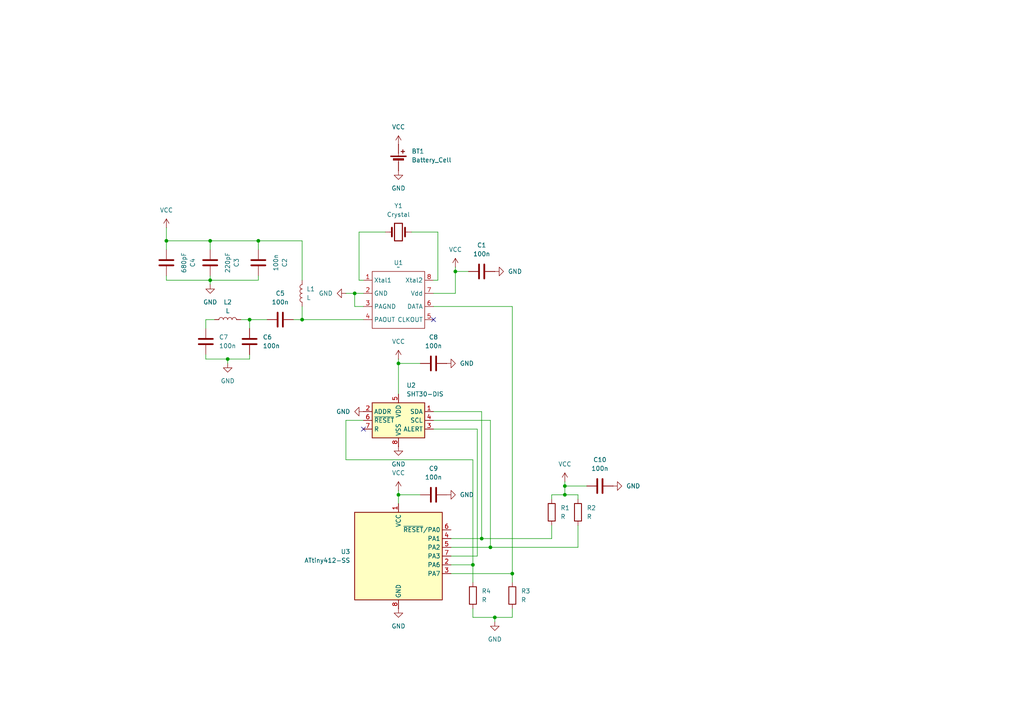
<source format=kicad_sch>
(kicad_sch (version 20231120) (generator "eeschema") (generator_version "8.0")
  (paper "A4")
  (lib_symbols
    (symbol "Device:Battery_Cell" (pin_numbers hide) (pin_names (offset 0) hide)
      (property "Reference" "BT" (at 2.54 2.54 0))
      (property "Value" "Battery_Cell" (at 2.54 0 0))
      (symbol "Battery_Cell_0_1"
        (rectangle (start -2.286 1.778) (end 2.286 1.524) (fill (type outline)))
        (rectangle (start -1.524 1.016) (end 1.524 0.508) (fill (type outline)))
        (polyline (pts (xy 0 0.762) (xy 0 0)))
        (polyline (pts (xy 0 1.778) (xy 0 2.54)))
        (polyline (pts (xy 0.762 3.048) (xy 1.778 3.048)) (stroke (width 0.254)))
        (polyline (pts (xy 1.27 3.556) (xy 1.27 2.54)) (stroke (width 0.254)))
      )
      (symbol "Battery_Cell_1_1"
        (pin passive line (at 0 5.08 270) (length 2.54) (name "+") (number "1"))
        (pin passive line (at 0 -2.54 90) (length 2.54) (name "-") (number "2"))
      )
    )
    (symbol "Device:C" (pin_numbers hide) (pin_names (offset 0.254))
      (property "Reference" "C" (at 0.635 2.54 0))
      (property "Value" "C" (at 0.635 -2.54 0))
      (symbol "C_0_1"
        (polyline (pts (xy -2.032 -0.762) (xy 2.032 -0.762)) (stroke (width 0.508)))
        (polyline (pts (xy -2.032 0.762) (xy 2.032 0.762)) (stroke (width 0.508)))
      )
      (symbol "C_1_1"
        (pin passive line (at 0 3.81 270) (length 2.794) (name "~") (number "1"))
        (pin passive line (at 0 -3.81 90) (length 2.794) (name "~") (number "2"))
      )
    )
    (symbol "Device:Crystal" (pin_numbers hide) (pin_names (offset 1.016) hide)
      (property "Reference" "Y" (at 0 3.81 0))
      (property "Value" "Crystal" (at 0 -3.81 0))
      (symbol "Crystal_0_1"
        (rectangle (start -1.143 2.54) (end 1.143 -2.54) (stroke (width 0.3048)))
        (polyline (pts (xy -2.54 0) (xy -1.905 0)))
        (polyline (pts (xy -1.905 -1.27) (xy -1.905 1.27)) (stroke (width 0.508)))
        (polyline (pts (xy 1.905 -1.27) (xy 1.905 1.27)) (stroke (width 0.508)))
        (polyline (pts (xy 2.54 0) (xy 1.905 0)))
      )
      (symbol "Crystal_1_1"
        (pin passive line (at -3.81 0 0) (length 1.27) (name "1") (number "1"))
        (pin passive line (at 3.81 0 180) (length 1.27) (name "2") (number "2"))
      )
    )
    (symbol "Device:L" (pin_numbers hide) (pin_names (offset 1.016) hide)
      (property "Reference" "L" (at -1.27 0 90))
      (property "Value" "L" (at 1.905 0 90))
      (symbol "L_0_1"
        (arc (start 0 -2.54) (mid 0.6323 -1.905) (end 0 -1.27))
        (arc (start 0 -1.27) (mid 0.6323 -0.635) (end 0 0))
        (arc (start 0 0) (mid 0.6323 0.635) (end 0 1.27))
        (arc (start 0 1.27) (mid 0.6323 1.905) (end 0 2.54))
      )
      (symbol "L_1_1"
        (pin passive line (at 0 3.81 270) (length 1.27) (name "1") (number "1"))
        (pin passive line (at 0 -3.81 90) (length 1.27) (name "2") (number "2"))
      )
    )
    (symbol "Device:R" (pin_numbers hide) (pin_names (offset 0))
      (property "Reference" "R" (at 2.032 0 90))
      (property "Value" "R" (at 0 0 90))
      (symbol "R_0_1"
        (rectangle (start -1.016 -2.54) (end 1.016 2.54) (stroke (width 0.254)))
      )
      (symbol "R_1_1"
        (pin passive line (at 0 3.81 270) (length 1.27) (name "~") (number "1"))
        (pin passive line (at 0 -3.81 90) (length 1.27) (name "~") (number "2"))
      )
    )
    (symbol "MCU_Microchip_ATtiny:ATtiny412-SS"
      (property "Reference" "U" (at -12.7 13.97 0))
      (property "Value" "ATtiny412-SS" (at 2.54 -13.97 0))
      (symbol "ATtiny412-SS_0_1"
        (rectangle (start -12.7 -12.7) (end 12.7 12.7) (stroke (width 0.254)) (fill (type background)))
      )
      (symbol "ATtiny412-SS_1_1"
        (pin power_in line (at 0 15.24 270) (length 2.54) (name "VCC") (number "1"))
        (pin bidirectional line (at 15.24 -2.54 180) (length 2.54) (name "PA6") (number "2"))
        (pin bidirectional line (at 15.24 -5.08 180) (length 2.54) (name "PA7") (number "3"))
        (pin bidirectional line (at 15.24 5.08 180) (length 2.54) (name "PA1") (number "4"))
        (pin bidirectional line (at 15.24 2.54 180) (length 2.54) (name "PA2") (number "5"))
        (pin bidirectional line (at 15.24 7.62 180) (length 2.54) (name "~{RESET}/PA0") (number "6"))
        (pin bidirectional line (at 15.24 0 180) (length 2.54) (name "PA3") (number "7"))
        (pin power_in line (at 0 -15.24 90) (length 2.54) (name "GND") (number "8"))
      )
    )
    (symbol "Sensor_Humidity:SHT30-DIS"
      (property "Reference" "U" (at -6.35 6.35 0))
      (property "Value" "SHT30-DIS" (at 6.35 6.35 0))
      (symbol "SHT30-DIS_0_1"
        (rectangle (start -7.62 5.08) (end 7.62 -5.08) (stroke (width 0.254)) (fill (type background)))
      )
      (symbol "SHT30-DIS_1_1"
        (pin bidirectional line (at 10.16 2.54 180) (length 2.54) (name "SDA") (number "1"))
        (pin input line (at -10.16 2.54 0) (length 2.54) (name "ADDR") (number "2"))
        (pin output line (at 10.16 -2.54 180) (length 2.54) (name "ALERT") (number "3"))
        (pin input line (at 10.16 0 180) (length 2.54) (name "SCL") (number "4"))
        (pin power_in line (at 0 7.62 270) (length 2.54) (name "VDD") (number "5"))
        (pin input line (at -10.16 0 0) (length 2.54) (name "~{RESET}") (number "6"))
        (pin passive line (at -10.16 -2.54 0) (length 2.54) (name "R") (number "7"))
        (pin power_in line (at 0 -7.62 90) (length 2.54) (name "VSS") (number "8"))
        (pin passive line (at 0 -7.62 90) (length 2.54) hide (name "VSS") (number "9"))
      )
    )
    (symbol "cm_rf_lib:MAX7044"
      (property "Reference" "U" (at -7.366 9.398 0))
      (symbol "MAX7044_0_1"
        (rectangle (start -7.62 7.62) (end 7.62 -8.89))
      )
      (symbol "MAX7044_1_1"
        (pin input line (at -10.16 5.08 0) (length 2.54) (name "Xtal1") (number "1"))
        (pin input line (at -10.16 1.27 0) (length 2.54) (name "GND") (number "2"))
        (pin input line (at -10.16 -2.54 0) (length 2.54) (name "PAGND") (number "3"))
        (pin output line (at -10.16 -6.35 0) (length 2.54) (name "PAOUT") (number "4"))
        (pin output line (at 10.16 -6.35 180) (length 2.54) (name "CLKOUT") (number "5"))
        (pin output line (at 10.16 -2.54 180) (length 2.54) (name "DATA") (number "6"))
        (pin input line (at 10.16 1.27 180) (length 2.54) (name "Vdd") (number "7"))
        (pin input line (at 10.16 5.08 180) (length 2.54) (name "Xtal2") (number "8"))
      )
    )
    (symbol "power:GND" (power) (pin_numbers hide) (pin_names (offset 0) hide)
      (property "Value" "GND" (at 0 -3.81 0))
      (symbol "GND_0_1"
        (polyline (pts (xy 0 0) (xy 0 -1.27) (xy 1.27 -1.27) (xy 0 -2.54) (xy -1.27 -1.27) (xy 0 -1.27)))
      )
      (symbol "GND_1_1"
        (pin power_in line (at 0 0 270) (length 0) (name "~") (number "1"))
      )
    )
    (symbol "power:VCC" (power) (pin_numbers hide) (pin_names (offset 0) hide)
      (property "Value" "VCC" (at 0 3.556 0))
      (symbol "VCC_0_1"
        (polyline (pts (xy -0.762 1.27) (xy 0 2.54)))
        (polyline (pts (xy 0 0) (xy 0 2.54)))
        (polyline (pts (xy 0 2.54) (xy 0.762 1.27)))
      )
      (symbol "VCC_1_1"
        (pin power_in line (at 0 0 90) (length 0) (name "~") (number "1"))
      )
    )
  )
  (junction (at 48.26 69.85))
  (junction (at 143.51 179.07))
  (junction (at 72.39 92.71))
  (junction (at 137.16 163.83))
  (junction (at 102.87 85.09))
  (junction (at 142.24 158.75))
  (junction (at 87.63 92.71))
  (junction (at 163.83 140.97))
  (junction (at 139.7 156.21))
  (junction (at 148.59 166.37))
  (junction (at 74.93 69.85))
  (junction (at 66.04 104.14))
  (junction (at 132.08 78.74))
  (junction (at 115.57 143.51))
  (junction (at 115.57 105.41))
  (junction (at 163.83 143.51))
  (junction (at 60.96 81.28))
  (junction (at 60.96 69.85))
  (no_connect (at 105.41 124.46))
  (no_connect (at 125.73 92.71))
  (wire (pts (xy 115.57 143.51) (xy 121.92 143.51)))
  (wire (pts (xy 130.81 166.37) (xy 148.59 166.37)))
  (wire (pts (xy 137.16 163.83) (xy 137.16 168.91)))
  (wire (pts (xy 138.43 124.46) (xy 125.73 124.46)))
  (wire (pts (xy 62.23 92.71) (xy 59.69 92.71)))
  (wire (pts (xy 72.39 104.14) (xy 66.04 104.14)))
  (wire (pts (xy 167.64 144.78) (xy 167.64 143.51)))
  (wire (pts (xy 139.7 156.21) (xy 160.02 156.21)))
  (wire (pts (xy 74.93 69.85) (xy 74.93 72.39)))
  (wire (pts (xy 105.41 121.92) (xy 100.33 121.92)))
  (wire (pts (xy 142.24 121.92) (xy 142.24 158.75)))
  (wire (pts (xy 125.73 81.28) (xy 127 81.28)))
  (wire (pts (xy 160.02 143.51) (xy 163.83 143.51)))
  (wire (pts (xy 137.16 176.53) (xy 137.16 179.07)))
  (wire (pts (xy 115.57 104.14) (xy 115.57 105.41)))
  (wire (pts (xy 163.83 140.97) (xy 163.83 143.51)))
  (wire (pts (xy 137.16 133.35) (xy 137.16 163.83)))
  (wire (pts (xy 48.26 80.01) (xy 48.26 81.28)))
  (wire (pts (xy 87.63 81.28) (xy 87.63 69.85)))
  (wire (pts (xy 48.26 66.04) (xy 48.26 69.85)))
  (wire (pts (xy 69.85 92.71) (xy 72.39 92.71)))
  (wire (pts (xy 137.16 179.07) (xy 143.51 179.07)))
  (wire (pts (xy 125.73 119.38) (xy 139.7 119.38)))
  (wire (pts (xy 115.57 105.41) (xy 121.92 105.41)))
  (wire (pts (xy 115.57 142.24) (xy 115.57 143.51)))
  (wire (pts (xy 139.7 119.38) (xy 139.7 156.21)))
  (wire (pts (xy 72.39 102.87) (xy 72.39 104.14)))
  (wire (pts (xy 139.7 156.21) (xy 130.81 156.21)))
  (wire (pts (xy 105.41 88.9) (xy 102.87 88.9)))
  (wire (pts (xy 137.16 163.83) (xy 130.81 163.83)))
  (wire (pts (xy 148.59 166.37) (xy 148.59 88.9)))
  (wire (pts (xy 85.09 92.71) (xy 87.63 92.71)))
  (wire (pts (xy 142.24 158.75) (xy 130.81 158.75)))
  (wire (pts (xy 66.04 104.14) (xy 66.04 105.41)))
  (wire (pts (xy 111.76 67.31) (xy 104.14 67.31)))
  (wire (pts (xy 132.08 78.74) (xy 135.89 78.74)))
  (wire (pts (xy 59.69 92.71) (xy 59.69 95.25)))
  (wire (pts (xy 60.96 72.39) (xy 60.96 69.85)))
  (wire (pts (xy 163.83 140.97) (xy 170.18 140.97)))
  (wire (pts (xy 100.33 121.92) (xy 100.33 133.35)))
  (wire (pts (xy 148.59 176.53) (xy 148.59 179.07)))
  (wire (pts (xy 143.51 179.07) (xy 148.59 179.07)))
  (wire (pts (xy 60.96 81.28) (xy 74.93 81.28)))
  (wire (pts (xy 105.41 92.71) (xy 87.63 92.71)))
  (wire (pts (xy 125.73 121.92) (xy 142.24 121.92)))
  (wire (pts (xy 72.39 95.25) (xy 72.39 92.71)))
  (wire (pts (xy 143.51 180.34) (xy 143.51 179.07)))
  (wire (pts (xy 160.02 144.78) (xy 160.02 143.51)))
  (wire (pts (xy 138.43 161.29) (xy 138.43 124.46)))
  (wire (pts (xy 74.93 81.28) (xy 74.93 80.01)))
  (wire (pts (xy 100.33 85.09) (xy 102.87 85.09)))
  (wire (pts (xy 87.63 69.85) (xy 74.93 69.85)))
  (wire (pts (xy 130.81 161.29) (xy 138.43 161.29)))
  (wire (pts (xy 100.33 133.35) (xy 137.16 133.35)))
  (wire (pts (xy 48.26 69.85) (xy 60.96 69.85)))
  (wire (pts (xy 48.26 72.39) (xy 48.26 69.85)))
  (wire (pts (xy 167.64 152.4) (xy 167.64 158.75)))
  (wire (pts (xy 115.57 105.41) (xy 115.57 114.3)))
  (wire (pts (xy 87.63 92.71) (xy 87.63 88.9)))
  (wire (pts (xy 132.08 77.47) (xy 132.08 78.74)))
  (wire (pts (xy 102.87 88.9) (xy 102.87 85.09)))
  (wire (pts (xy 127 81.28) (xy 127 67.31)))
  (wire (pts (xy 104.14 81.28) (xy 105.41 81.28)))
  (wire (pts (xy 104.14 67.31) (xy 104.14 81.28)))
  (wire (pts (xy 127 67.31) (xy 119.38 67.31)))
  (wire (pts (xy 163.83 139.7) (xy 163.83 140.97)))
  (wire (pts (xy 148.59 166.37) (xy 148.59 168.91)))
  (wire (pts (xy 48.26 81.28) (xy 60.96 81.28)))
  (wire (pts (xy 72.39 92.71) (xy 77.47 92.71)))
  (wire (pts (xy 60.96 80.01) (xy 60.96 81.28)))
  (wire (pts (xy 60.96 82.55) (xy 60.96 81.28)))
  (wire (pts (xy 163.83 143.51) (xy 167.64 143.51)))
  (wire (pts (xy 59.69 104.14) (xy 66.04 104.14)))
  (wire (pts (xy 60.96 69.85) (xy 74.93 69.85)))
  (wire (pts (xy 167.64 158.75) (xy 142.24 158.75)))
  (wire (pts (xy 160.02 152.4) (xy 160.02 156.21)))
  (wire (pts (xy 132.08 85.09) (xy 125.73 85.09)))
  (wire (pts (xy 59.69 102.87) (xy 59.69 104.14)))
  (wire (pts (xy 115.57 143.51) (xy 115.57 146.05)))
  (wire (pts (xy 102.87 85.09) (xy 105.41 85.09)))
  (wire (pts (xy 132.08 78.74) (xy 132.08 85.09)))
  (wire (pts (xy 148.59 88.9) (xy 125.73 88.9)))
  (symbol (lib_id "Device:C") (at 173.99 140.97 270) (unit 1)
    (property "Reference" "C10" (at 173.99 133.35 90))
    (property "Value" "100n" (at 173.99 135.89 90))
    (property "Footprint" "Capacitor_SMD:C_0603_1608Metric_Pad1.08x0.95mm_HandSolder" (effects (hide yes)))
    (property "Description" "Unpolarized capacitor" (effects (hide yes)))
  )
  (symbol (lib_id "Device:R") (at 160.02 148.59 0) (unit 1)
    (property "Reference" "R1" (at 162.56 147.32 0) (effects (justify left)))
    (property "Value" "R" (at 162.56 149.86 0) (effects (justify left)))
    (property "Footprint" "Resistor_SMD:R_0201_0603Metric_Pad0.64x0.40mm_HandSolder" (effects (hide yes)))
    (property "Description" "Resistor" (effects (hide yes)))
  )
  (symbol (lib_id "power:VCC") (at 163.83 139.7 0) (unit 1)
    (property "Reference" "#PWR015" (effects (hide yes)))
    (property "Value" "VCC" (at 163.83 134.62 0))
    (property "Description" "Power symbol creates a global label with name \"VCC\"" (effects (hide yes)))
  )
  (symbol (lib_id "power:GND") (at 143.51 78.74 90) (unit 1)
    (property "Reference" "#PWR04" (effects (hide yes)))
    (property "Value" "GND" (at 147.32 78.74 90) (effects (justify right)))
    (property "Description" "Power symbol creates a global label with name \"GND\" , ground" (effects (hide yes)))
  )
  (symbol (lib_id "power:GND") (at 129.54 143.51 90) (unit 1)
    (property "Reference" "#PWR013" (effects (hide yes)))
    (property "Value" "GND" (at 133.35 143.51 90) (effects (justify right)))
    (property "Description" "Power symbol creates a global label with name \"GND\" , ground" (effects (hide yes)))
  )
  (symbol (lib_id "power:GND") (at 115.57 49.53 0) (unit 1)
    (property "Reference" "#PWR01" (effects (hide yes)))
    (property "Value" "GND" (at 115.57 54.61 0))
    (property "Description" "Power symbol creates a global label with name \"GND\" , ground" (effects (hide yes)))
  )
  (symbol (lib_id "Device:C") (at 125.73 143.51 270) (unit 1)
    (property "Reference" "C9" (at 125.73 135.89 90))
    (property "Value" "100n" (at 125.73 138.43 90))
    (property "Footprint" "Capacitor_SMD:C_0603_1608Metric_Pad1.08x0.95mm_HandSolder" (effects (hide yes)))
    (property "Description" "Unpolarized capacitor" (effects (hide yes)))
  )
  (symbol (lib_id "Device:R") (at 137.16 172.72 0) (unit 1)
    (property "Reference" "R4" (at 139.7 171.45 0) (effects (justify left)))
    (property "Value" "R" (at 139.7 173.99 0) (effects (justify left)))
    (property "Footprint" "Resistor_SMD:R_0201_0603Metric_Pad0.64x0.40mm_HandSolder" (effects (hide yes)))
    (property "Description" "Resistor" (effects (hide yes)))
  )
  (symbol (lib_id "power:GND") (at 100.33 85.09 270) (unit 1)
    (property "Reference" "#PWR05" (effects (hide yes)))
    (property "Value" "GND" (at 96.52 85.09 90) (effects (justify right)))
    (property "Description" "Power symbol creates a global label with name \"GND\" , ground" (effects (hide yes)))
  )
  (symbol (lib_id "Device:C") (at 81.28 92.71 90) (unit 1)
    (property "Reference" "C5" (at 81.28 85.09 90))
    (property "Value" "100n" (at 81.28 87.63 90))
    (property "Footprint" "Capacitor_SMD:C_0603_1608Metric_Pad1.08x0.95mm_HandSolder" (effects (hide yes)))
    (property "Description" "Unpolarized capacitor" (effects (hide yes)))
  )
  (symbol (lib_id "Device:L") (at 87.63 85.09 180) (unit 1)
    (property "Reference" "L1" (at 88.9 83.82 0) (effects (justify right)))
    (property "Value" "L" (at 88.9 86.36 0) (effects (justify right)))
    (property "Footprint" "Inductor_SMD:L_0603_1608Metric_Pad1.05x0.95mm_HandSolder" (effects (hide yes)))
    (property "Description" "Inductor" (effects (hide yes)))
  )
  (symbol (lib_id "Device:Battery_Cell") (at 115.57 46.99 0) (unit 1)
    (property "Reference" "BT1" (at 119.38 43.8785 0) (effects (justify left)))
    (property "Value" "Battery_Cell" (at 119.38 46.4185 0) (effects (justify left)))
    (property "Footprint" "Battery:BatteryHolder_Keystone_103_1x20mm" (effects (hide yes)))
    (property "Description" "Single-cell battery" (effects (hide yes)))
  )
  (symbol (lib_id "power:VCC") (at 48.26 66.04 0) (unit 1)
    (property "Reference" "#PWR08" (effects (hide yes)))
    (property "Value" "VCC" (at 48.26 60.96 0))
    (property "Description" "Power symbol creates a global label with name \"VCC\"" (effects (hide yes)))
  )
  (symbol (lib_id "Device:C") (at 48.26 76.2 180) (unit 1)
    (property "Reference" "C4" (at 55.88 76.2 90))
    (property "Value" "680pF" (at 53.34 76.2 90))
    (property "Footprint" "Capacitor_SMD:C_0603_1608Metric_Pad1.08x0.95mm_HandSolder" (effects (hide yes)))
    (property "Description" "Unpolarized capacitor" (effects (hide yes)))
  )
  (symbol (lib_id "Device:R") (at 148.59 172.72 0) (unit 1)
    (property "Reference" "R3" (at 151.13 171.45 0) (effects (justify left)))
    (property "Value" "R" (at 151.13 173.99 0) (effects (justify left)))
    (property "Footprint" "Resistor_SMD:R_0201_0603Metric_Pad0.64x0.40mm_HandSolder" (effects (hide yes)))
    (property "Description" "Resistor" (effects (hide yes)))
  )
  (symbol (lib_id "Sensor_Humidity:SHT30-DIS") (at 115.57 121.92 0) (unit 1)
    (property "Reference" "U2" (at 117.8835 111.76 0) (effects (justify left)))
    (property "Value" "SHT30-DIS" (at 117.8835 114.3 0) (effects (justify left)))
    (property "Footprint" "Sensor_Humidity:Sensirion_DFN-8-1EP_2.5x2.5mm_P0.5mm_EP1.1x1.7mm" (effects (hide yes)))
    (property "Datasheet" "https://www.sensirion.com/fileadmin/user_upload/customers/sensirion/Dokumente/2_Humidity_Sensors/Datasheets/Sensirion_Humidity_Sensors_SHT3x_Datasheet_digital.pdf" (effects (hide yes)))
    (property "Description" "I²C humidity and temperature sensor, ±2%RH, ±0.2°C, DFN-8" (effects (hide yes)))
  )
  (symbol (lib_id "Device:C") (at 74.93 76.2 180) (unit 1)
    (property "Reference" "C2" (at 82.55 76.2 90))
    (property "Value" "100n" (at 80.01 76.2 90))
    (property "Footprint" "Capacitor_SMD:C_0603_1608Metric_Pad1.08x0.95mm_HandSolder" (effects (hide yes)))
    (property "Description" "Unpolarized capacitor" (effects (hide yes)))
  )
  (symbol (lib_id "power:GND") (at 177.8 140.97 90) (unit 1)
    (property "Reference" "#PWR016" (effects (hide yes)))
    (property "Value" "GND" (at 181.61 140.97 90) (effects (justify right)))
    (property "Description" "Power symbol creates a global label with name \"GND\" , ground" (effects (hide yes)))
  )
  (symbol (lib_id "Device:C") (at 72.39 99.06 0) (unit 1)
    (property "Reference" "C6" (at 76.2 97.79 0) (effects (justify left)))
    (property "Value" "100n" (at 76.2 100.33 0) (effects (justify left)))
    (property "Footprint" "Capacitor_SMD:C_0603_1608Metric_Pad1.08x0.95mm_HandSolder" (effects (hide yes)))
    (property "Description" "Unpolarized capacitor" (effects (hide yes)))
  )
  (symbol (lib_id "power:VCC") (at 115.57 41.91 0) (unit 1)
    (property "Reference" "#PWR02" (effects (hide yes)))
    (property "Value" "VCC" (at 115.57 36.83 0))
    (property "Description" "Power symbol creates a global label with name \"VCC\"" (effects (hide yes)))
  )
  (symbol (lib_id "Device:C") (at 60.96 76.2 180) (unit 1)
    (property "Reference" "C3" (at 68.58 76.2 90))
    (property "Value" "220pF" (at 66.04 76.2 90))
    (property "Footprint" "Capacitor_SMD:C_0603_1608Metric_Pad1.08x0.95mm_HandSolder" (effects (hide yes)))
    (property "Description" "Unpolarized capacitor" (effects (hide yes)))
  )
  (symbol (lib_id "power:GND") (at 66.04 105.41 0) (unit 1)
    (property "Reference" "#PWR07" (effects (hide yes)))
    (property "Value" "GND" (at 66.04 110.49 0))
    (property "Description" "Power symbol creates a global label with name \"GND\" , ground" (effects (hide yes)))
  )
  (symbol (lib_id "power:VCC") (at 132.08 77.47 0) (unit 1)
    (property "Reference" "#PWR03" (effects (hide yes)))
    (property "Value" "VCC" (at 132.08 72.39 0))
    (property "Description" "Power symbol creates a global label with name \"VCC\"" (effects (hide yes)))
  )
  (symbol (lib_id "Device:C") (at 125.73 105.41 270) (unit 1)
    (property "Reference" "C8" (at 125.73 97.79 90))
    (property "Value" "100n" (at 125.73 100.33 90))
    (property "Footprint" "Capacitor_SMD:C_0603_1608Metric_Pad1.08x0.95mm_HandSolder" (effects (hide yes)))
    (property "Description" "Unpolarized capacitor" (effects (hide yes)))
  )
  (symbol (lib_id "Device:R") (at 167.64 148.59 0) (unit 1)
    (property "Reference" "R2" (at 170.18 147.32 0) (effects (justify left)))
    (property "Value" "R" (at 170.18 149.86 0) (effects (justify left)))
    (property "Footprint" "Resistor_SMD:R_0201_0603Metric_Pad0.64x0.40mm_HandSolder" (effects (hide yes)))
    (property "Description" "Resistor" (effects (hide yes)))
  )
  (symbol (lib_id "power:VCC") (at 115.57 104.14 0) (unit 1)
    (property "Reference" "#PWR09" (effects (hide yes)))
    (property "Value" "VCC" (at 115.57 99.06 0))
    (property "Description" "Power symbol creates a global label with name \"VCC\"" (effects (hide yes)))
  )
  (symbol (lib_id "Device:L") (at 66.04 92.71 90) (unit 1)
    (property "Reference" "L2" (at 66.04 87.63 90))
    (property "Value" "L" (at 66.04 90.17 90))
    (property "Footprint" "Inductor_SMD:L_0603_1608Metric_Pad1.05x0.95mm_HandSolder" (effects (hide yes)))
    (property "Description" "Inductor" (effects (hide yes)))
  )
  (symbol (lib_id "cm_rf_lib:MAX7044") (at 115.57 86.36 0) (unit 1)
    (property "Reference" "U1" (at 115.57 76.2 0))
    (property "Value" "~" (at 115.57 77.47 0))
    (property "Footprint" "Package_TO_SOT_SMD:SOT-23-8" (effects (hide yes)))
  )
  (symbol (lib_id "Device:C") (at 59.69 99.06 0) (unit 1)
    (property "Reference" "C7" (at 63.5 97.79 0) (effects (justify left)))
    (property "Value" "100n" (at 63.5 100.33 0) (effects (justify left)))
    (property "Footprint" "Capacitor_SMD:C_0603_1608Metric_Pad1.08x0.95mm_HandSolder" (effects (hide yes)))
    (property "Description" "Unpolarized capacitor" (effects (hide yes)))
  )
  (symbol (lib_id "power:GND") (at 60.96 82.55 0) (unit 1)
    (property "Reference" "#PWR06" (effects (hide yes)))
    (property "Value" "GND" (at 60.96 87.63 0))
    (property "Description" "Power symbol creates a global label with name \"GND\" , ground" (effects (hide yes)))
  )
  (symbol (lib_id "power:GND") (at 143.51 180.34 0) (unit 1)
    (property "Reference" "#PWR018" (effects (hide yes)))
    (property "Value" "GND" (at 143.51 185.42 0))
    (property "Description" "Power symbol creates a global label with name \"GND\" , ground" (effects (hide yes)))
  )
  (symbol (lib_id "power:GND") (at 105.41 119.38 270) (unit 1)
    (property "Reference" "#PWR017" (effects (hide yes)))
    (property "Value" "GND" (at 101.6 119.38 90) (effects (justify right)))
    (property "Description" "Power symbol creates a global label with name \"GND\" , ground" (effects (hide yes)))
  )
  (symbol (lib_id "power:GND") (at 129.54 105.41 90) (unit 1)
    (property "Reference" "#PWR010" (effects (hide yes)))
    (property "Value" "GND" (at 133.35 105.41 90) (effects (justify right)))
    (property "Description" "Power symbol creates a global label with name \"GND\" , ground" (effects (hide yes)))
  )
  (symbol (lib_id "Device:Crystal") (at 115.57 67.31 0) (unit 1)
    (property "Reference" "Y1" (at 115.57 59.69 0))
    (property "Value" "Crystal" (at 115.57 62.23 0))
    (property "Footprint" "Crystal:Crystal_SMD_HC49-SD_HandSoldering" (effects (hide yes)))
    (property "Description" "Two pin crystal" (effects (hide yes)))
  )
  (symbol (lib_id "Device:C") (at 139.7 78.74 270) (unit 1)
    (property "Reference" "C1" (at 139.7 71.12 90))
    (property "Value" "100n" (at 139.7 73.66 90))
    (property "Footprint" "Capacitor_SMD:C_0603_1608Metric_Pad1.08x0.95mm_HandSolder" (effects (hide yes)))
    (property "Description" "Unpolarized capacitor" (effects (hide yes)))
  )
  (symbol (lib_id "power:GND") (at 115.57 129.54 0) (unit 1)
    (property "Reference" "#PWR011" (effects (hide yes)))
    (property "Value" "GND" (at 115.57 134.62 0))
    (property "Description" "Power symbol creates a global label with name \"GND\" , ground" (effects (hide yes)))
  )
  (symbol (lib_id "power:GND") (at 115.57 176.53 0) (unit 1)
    (property "Reference" "#PWR014" (effects (hide yes)))
    (property "Value" "GND" (at 115.57 181.61 0))
    (property "Description" "Power symbol creates a global label with name \"GND\" , ground" (effects (hide yes)))
  )
  (symbol (lib_id "MCU_Microchip_ATtiny:ATtiny412-SS") (at 115.57 161.29 0) (unit 1)
    (property "Reference" "U3" (at 101.6 160.02 0) (effects (justify right)))
    (property "Value" "ATtiny412-SS" (at 101.6 162.56 0) (effects (justify right)))
    (property "Footprint" "Package_SO:SOIC-8_3.9x4.9mm_P1.27mm" (effects (hide yes)))
    (property "Datasheet" "http://ww1.microchip.com/downloads/en/DeviceDoc/40001911A.pdf" (effects (hide yes)))
    (property "Description" "20MHz, 4kB Flash, 256B SRAM, 128B EEPROM, SOIC-8" (effects (hide yes)))
  )
  (symbol (lib_id "power:VCC") (at 115.57 142.24 0) (unit 1)
    (property "Reference" "#PWR012" (effects (hide yes)))
    (property "Value" "VCC" (at 115.57 137.16 0))
    (property "Description" "Power symbol creates a global label with name \"VCC\"" (effects (hide yes)))
  )
)
</source>
